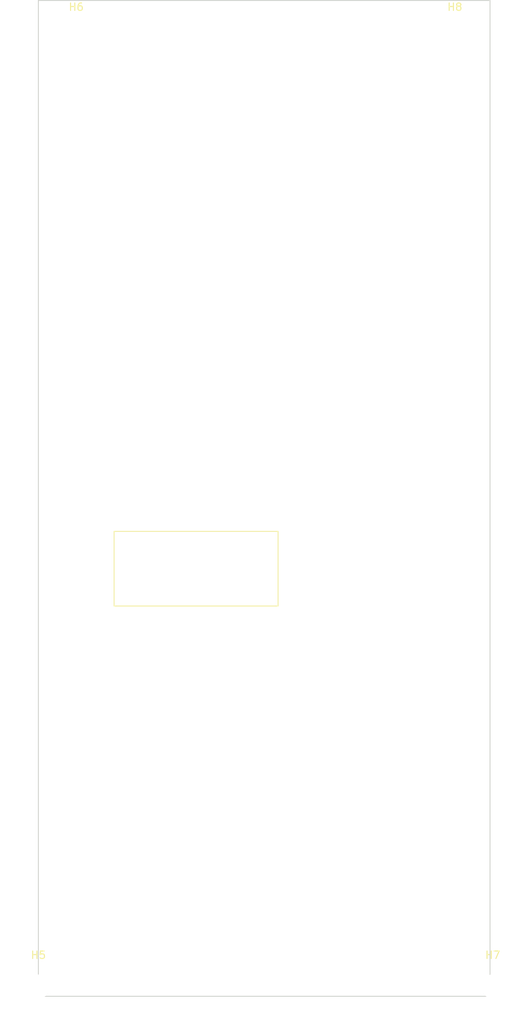
<source format=kicad_pcb>
(kicad_pcb (version 20171130) (host pcbnew "(5.1.4)-1")

  (general
    (thickness 1.6)
    (drawings 8)
    (tracks 0)
    (zones 0)
    (modules 13)
    (nets 1)
  )

  (page A4)
  (layers
    (0 F.Cu signal)
    (31 B.Cu signal)
    (32 B.Adhes user)
    (33 F.Adhes user)
    (34 B.Paste user)
    (35 F.Paste user)
    (36 B.SilkS user)
    (37 F.SilkS user)
    (38 B.Mask user)
    (39 F.Mask user)
    (40 Dwgs.User user)
    (41 Cmts.User user)
    (42 Eco1.User user)
    (43 Eco2.User user)
    (44 Edge.Cuts user)
    (45 Margin user)
    (46 B.CrtYd user)
    (47 F.CrtYd user)
    (48 B.Fab user)
    (49 F.Fab user)
  )

  (setup
    (last_trace_width 0.25)
    (trace_clearance 0.2)
    (zone_clearance 0.508)
    (zone_45_only no)
    (trace_min 0.2)
    (via_size 0.8)
    (via_drill 0.4)
    (via_min_size 0.4)
    (via_min_drill 0.3)
    (uvia_size 0.3)
    (uvia_drill 0.1)
    (uvias_allowed no)
    (uvia_min_size 0.2)
    (uvia_min_drill 0.1)
    (edge_width 0.05)
    (segment_width 0.2)
    (pcb_text_width 0.3)
    (pcb_text_size 1.5 1.5)
    (mod_edge_width 0.12)
    (mod_text_size 1 1)
    (mod_text_width 0.15)
    (pad_size 1.524 1.524)
    (pad_drill 0.762)
    (pad_to_mask_clearance 0.051)
    (solder_mask_min_width 0.25)
    (aux_axis_origin 0 0)
    (visible_elements 7FFFFFFF)
    (pcbplotparams
      (layerselection 0x010fc_ffffffff)
      (usegerberextensions false)
      (usegerberattributes false)
      (usegerberadvancedattributes false)
      (creategerberjobfile false)
      (excludeedgelayer true)
      (linewidth 0.100000)
      (plotframeref false)
      (viasonmask false)
      (mode 1)
      (useauxorigin false)
      (hpglpennumber 1)
      (hpglpenspeed 20)
      (hpglpendiameter 15.000000)
      (psnegative false)
      (psa4output false)
      (plotreference true)
      (plotvalue true)
      (plotinvisibletext false)
      (padsonsilk false)
      (subtractmaskfromsilk false)
      (outputformat 1)
      (mirror false)
      (drillshape 1)
      (scaleselection 1)
      (outputdirectory ""))
  )

  (net 0 "")

  (net_class Default "This is the default net class."
    (clearance 0.2)
    (trace_width 0.25)
    (via_dia 0.8)
    (via_drill 0.4)
    (uvia_dia 0.3)
    (uvia_drill 0.1)
  )

  (module elektrophon:LED_Monitor (layer F.Cu) (tedit 5DE4F2C0) (tstamp 5E04853C)
    (at 76.2 55.88)
    (descr "Imported from LED Monitor.svg")
    (tags svg2mod)
    (path /5E04982B)
    (zone_connect 2)
    (attr smd)
    (fp_text reference H13 (at 0 -5.054774) (layer F.SilkS) hide
      (effects (font (size 1.524 1.524) (thickness 0.3048)))
    )
    (fp_text value LED_MAIN (at 0 5.054774) (layer F.SilkS) hide
      (effects (font (size 1.524 1.524) (thickness 0.3048)))
    )
    (fp_circle (center 0 0) (end 1 0) (layer F.Mask) (width 2))
    (fp_circle (center 0 0) (end 1 0) (layer B.Mask) (width 2))
  )

  (module elektrophon:panel_jack (layer F.Cu) (tedit 5DA46DDA) (tstamp 5E048536)
    (at 60.96 132.08)
    (descr "Mounting Hole 8.4mm, no annular, M8")
    (tags "mounting hole 8.4mm no annular m8")
    (path /5E04B96B)
    (attr virtual)
    (fp_text reference H12 (at 0 -9.4) (layer F.SilkS) hide
      (effects (font (size 1 1) (thickness 0.15)))
    )
    (fp_text value +15V (at 0 9.144) (layer F.Mask)
      (effects (font (size 2 1.4) (thickness 0.25)))
    )
    (fp_circle (center 0 0) (end 4.2 0) (layer F.CrtYd) (width 0.05))
    (fp_circle (center 0 0) (end 4 0) (layer Cmts.User) (width 0.15))
    (fp_text user %R (at 0.3 0) (layer F.Fab)
      (effects (font (size 1 1) (thickness 0.15)))
    )
    (pad "" np_thru_hole circle (at 0 0) (size 6.4 6.4) (drill 6.4) (layers *.Cu *.Mask))
    (model "${KIPRJMOD}/../../../lib/kicad/models/PJ301M-12 Thonkiconn v0.2.stp"
      (offset (xyz 0 0.8 -10.5))
      (scale (xyz 1 1 1))
      (rotate (xyz 0 0 0))
    )
  )

  (module elektrophon:panel_jack (layer F.Cu) (tedit 5DA46DDA) (tstamp 5E04852E)
    (at 76.2 132.08)
    (descr "Mounting Hole 8.4mm, no annular, M8")
    (tags "mounting hole 8.4mm no annular m8")
    (path /5D6B1F16)
    (attr virtual)
    (fp_text reference H11 (at 0 -9.4) (layer F.SilkS) hide
      (effects (font (size 1 1) (thickness 0.15)))
    )
    (fp_text value -15V (at 0 9.144) (layer F.Mask)
      (effects (font (size 2 1.4) (thickness 0.25)))
    )
    (fp_circle (center 0 0) (end 4.2 0) (layer F.CrtYd) (width 0.05))
    (fp_circle (center 0 0) (end 4 0) (layer Cmts.User) (width 0.15))
    (fp_text user %R (at 0.3 0) (layer F.Fab)
      (effects (font (size 1 1) (thickness 0.15)))
    )
    (pad "" np_thru_hole circle (at 0 0) (size 6.4 6.4) (drill 6.4) (layers *.Cu *.Mask))
    (model "${KIPRJMOD}/../../../lib/kicad/models/PJ301M-12 Thonkiconn v0.2.stp"
      (offset (xyz 0 0.8 -10.5))
      (scale (xyz 1 1 1))
      (rotate (xyz 0 0 0))
    )
  )

  (module elektrophon:panel_jack (layer F.Cu) (tedit 5DA46DDA) (tstamp 5E048526)
    (at 50.8 132.08)
    (descr "Mounting Hole 8.4mm, no annular, M8")
    (tags "mounting hole 8.4mm no annular m8")
    (path /5E04A805)
    (attr virtual)
    (fp_text reference H10 (at 0 -9.4) (layer F.SilkS) hide
      (effects (font (size 1 1) (thickness 0.15)))
    )
    (fp_text value GND (at 0 9.144) (layer F.Mask)
      (effects (font (size 2 1.4) (thickness 0.25)))
    )
    (fp_circle (center 0 0) (end 4.2 0) (layer F.CrtYd) (width 0.05))
    (fp_circle (center 0 0) (end 4 0) (layer Cmts.User) (width 0.15))
    (fp_text user %R (at 0.3 0) (layer F.Fab)
      (effects (font (size 1 1) (thickness 0.15)))
    )
    (pad "" np_thru_hole circle (at 0 0) (size 6.4 6.4) (drill 6.4) (layers *.Cu *.Mask))
    (model "${KIPRJMOD}/../../../lib/kicad/models/PJ301M-12 Thonkiconn v0.2.stp"
      (offset (xyz 0 0.8 -10.5))
      (scale (xyz 1 1 1))
      (rotate (xyz 0 0 0))
    )
  )

  (module elektrophon:panel_jack (layer F.Cu) (tedit 5DA46DDA) (tstamp 5E04851E)
    (at 35.56 132.08)
    (descr "Mounting Hole 8.4mm, no annular, M8")
    (tags "mounting hole 8.4mm no annular m8")
    (path /5E04A4CA)
    (attr virtual)
    (fp_text reference H9 (at 0 -9.4) (layer F.SilkS) hide
      (effects (font (size 1 1) (thickness 0.15)))
    )
    (fp_text value 5V (at 0 9.144) (layer F.Mask)
      (effects (font (size 2 1.4) (thickness 0.25)))
    )
    (fp_circle (center 0 0) (end 4.2 0) (layer F.CrtYd) (width 0.05))
    (fp_circle (center 0 0) (end 4 0) (layer Cmts.User) (width 0.15))
    (fp_text user %R (at 0.3 0) (layer F.Fab)
      (effects (font (size 1 1) (thickness 0.15)))
    )
    (pad "" np_thru_hole circle (at 0 0) (size 6.4 6.4) (drill 6.4) (layers *.Cu *.Mask))
    (model "${KIPRJMOD}/../../../lib/kicad/models/PJ301M-12 Thonkiconn v0.2.stp"
      (offset (xyz 0 0.8 -10.5))
      (scale (xyz 1 1 1))
      (rotate (xyz 0 0 0))
    )
  )

  (module MountingHole:MountingHole_3.2mm_M3 (layer F.Cu) (tedit 56D1B4CB) (tstamp 5E048516)
    (at 81.28 30.48)
    (descr "Mounting Hole 3.2mm, no annular, M3")
    (tags "mounting hole 3.2mm no annular m3")
    (path /5D6C254B)
    (attr virtual)
    (fp_text reference H8 (at 0 -4.2) (layer F.SilkS)
      (effects (font (size 1 1) (thickness 0.15)))
    )
    (fp_text value MountingHole (at 0 4.2) (layer F.Fab)
      (effects (font (size 1 1) (thickness 0.15)))
    )
    (fp_circle (center 0 0) (end 3.45 0) (layer F.CrtYd) (width 0.05))
    (fp_circle (center 0 0) (end 3.2 0) (layer Cmts.User) (width 0.15))
    (fp_text user %R (at 0.3 0) (layer F.Fab)
      (effects (font (size 1 1) (thickness 0.15)))
    )
    (pad 1 np_thru_hole circle (at 0 0) (size 3.2 3.2) (drill 3.2) (layers *.Cu *.Mask))
  )

  (module MountingHole:MountingHole_3.2mm_M3 (layer F.Cu) (tedit 56D1B4CB) (tstamp 5E04850E)
    (at 86.36 157.48)
    (descr "Mounting Hole 3.2mm, no annular, M3")
    (tags "mounting hole 3.2mm no annular m3")
    (path /5D6C22FB)
    (attr virtual)
    (fp_text reference H7 (at 0 -4.2) (layer F.SilkS)
      (effects (font (size 1 1) (thickness 0.15)))
    )
    (fp_text value MountingHole (at 0 4.2) (layer F.Fab)
      (effects (font (size 1 1) (thickness 0.15)))
    )
    (fp_circle (center 0 0) (end 3.45 0) (layer F.CrtYd) (width 0.05))
    (fp_circle (center 0 0) (end 3.2 0) (layer Cmts.User) (width 0.15))
    (fp_text user %R (at 0.3 0) (layer F.Fab)
      (effects (font (size 1 1) (thickness 0.15)))
    )
    (pad 1 np_thru_hole circle (at 0 0) (size 3.2 3.2) (drill 3.2) (layers *.Cu *.Mask))
  )

  (module MountingHole:MountingHole_3.2mm_M3 (layer F.Cu) (tedit 56D1B4CB) (tstamp 5E048506)
    (at 30.48 30.48)
    (descr "Mounting Hole 3.2mm, no annular, M3")
    (tags "mounting hole 3.2mm no annular m3")
    (path /5D6C2167)
    (attr virtual)
    (fp_text reference H6 (at 0 -4.2) (layer F.SilkS)
      (effects (font (size 1 1) (thickness 0.15)))
    )
    (fp_text value MountingHole (at 0 4.2) (layer F.Fab)
      (effects (font (size 1 1) (thickness 0.15)))
    )
    (fp_circle (center 0 0) (end 3.45 0) (layer F.CrtYd) (width 0.05))
    (fp_circle (center 0 0) (end 3.2 0) (layer Cmts.User) (width 0.15))
    (fp_text user %R (at 0.3 0) (layer F.Fab)
      (effects (font (size 1 1) (thickness 0.15)))
    )
    (pad 1 np_thru_hole circle (at 0 0) (size 3.2 3.2) (drill 3.2) (layers *.Cu *.Mask))
  )

  (module MountingHole:MountingHole_3.2mm_M3 (layer F.Cu) (tedit 56D1B4CB) (tstamp 5E0484FE)
    (at 25.4 157.48)
    (descr "Mounting Hole 3.2mm, no annular, M3")
    (tags "mounting hole 3.2mm no annular m3")
    (path /5D6C1F77)
    (attr virtual)
    (fp_text reference H5 (at 0 -4.2) (layer F.SilkS)
      (effects (font (size 1 1) (thickness 0.15)))
    )
    (fp_text value MountingHole (at 0 4.2) (layer F.Fab)
      (effects (font (size 1 1) (thickness 0.15)))
    )
    (fp_circle (center 0 0) (end 3.45 0) (layer F.CrtYd) (width 0.05))
    (fp_circle (center 0 0) (end 3.2 0) (layer Cmts.User) (width 0.15))
    (fp_text user %R (at 0.3 0) (layer F.Fab)
      (effects (font (size 1 1) (thickness 0.15)))
    )
    (pad 1 np_thru_hole circle (at 0 0) (size 3.2 3.2) (drill 3.2) (layers *.Cu *.Mask))
  )

  (module elektrophon:panel_switch (layer F.Cu) (tedit 5D6D74F1) (tstamp 5E0484F6)
    (at 35.56 55.88)
    (descr "Mounting Hole 8.4mm, no annular, M8")
    (tags "mounting hole 8.4mm no annular m8")
    (path /5D6AF633)
    (attr virtual)
    (fp_text reference H4 (at 0 -9.4) (layer F.SilkS) hide
      (effects (font (size 1 1) (thickness 0.15)))
    )
    (fp_text value MAIN (at 0 9.144) (layer F.Mask)
      (effects (font (size 2 1.4) (thickness 0.25)))
    )
    (fp_circle (center 0 0) (end 5.2 0) (layer F.CrtYd) (width 0.05))
    (fp_circle (center 0 0) (end 5 0) (layer Cmts.User) (width 0.15))
    (fp_text user %R (at 0.3 0) (layer F.Fab)
      (effects (font (size 1 1) (thickness 0.15)))
    )
    (pad "" np_thru_hole circle (at 0 0) (size 6.4 6.4) (drill 6.4) (layers *.Cu *.Mask))
  )

  (module elektrophon:LED_Monitor (layer F.Cu) (tedit 5DE4F2C0) (tstamp 5E0484EE)
    (at 76.2 121.92)
    (descr "Imported from LED Monitor.svg")
    (tags svg2mod)
    (path /5E049EEA)
    (zone_connect 2)
    (attr smd)
    (fp_text reference H3 (at 0 -5.054774) (layer F.SilkS) hide
      (effects (font (size 1.524 1.524) (thickness 0.3048)))
    )
    (fp_text value LED_+15V (at 0 5.054774) (layer F.SilkS) hide
      (effects (font (size 1.524 1.524) (thickness 0.3048)))
    )
    (fp_circle (center 0 0) (end 1 0) (layer F.Mask) (width 2))
    (fp_circle (center 0 0) (end 1 0) (layer B.Mask) (width 2))
  )

  (module elektrophon:LED_Monitor (layer F.Cu) (tedit 5DE4F2C0) (tstamp 5E0484E8)
    (at 60.96 121.92)
    (descr "Imported from LED Monitor.svg")
    (tags svg2mod)
    (path /5E049D63)
    (zone_connect 2)
    (attr smd)
    (fp_text reference H2 (at 0 -5.054774) (layer F.SilkS) hide
      (effects (font (size 1.524 1.524) (thickness 0.3048)))
    )
    (fp_text value LED_-15V (at 0 5.054774) (layer F.SilkS) hide
      (effects (font (size 1.524 1.524) (thickness 0.3048)))
    )
    (fp_circle (center 0 0) (end 1 0) (layer F.Mask) (width 2))
    (fp_circle (center 0 0) (end 1 0) (layer B.Mask) (width 2))
  )

  (module elektrophon:LED_Monitor (layer F.Cu) (tedit 5DE4F2C0) (tstamp 5E0484E2)
    (at 35.56 121.92)
    (descr "Imported from LED Monitor.svg")
    (tags svg2mod)
    (path /5E049BB1)
    (zone_connect 2)
    (attr smd)
    (fp_text reference H1 (at 0 -5.054774) (layer F.SilkS) hide
      (effects (font (size 1.524 1.524) (thickness 0.3048)))
    )
    (fp_text value LED_5V (at 0 5.054774) (layer F.SilkS) hide
      (effects (font (size 1.524 1.524) (thickness 0.3048)))
    )
    (fp_circle (center 0 0) (end 1 0) (layer F.Mask) (width 2))
    (fp_circle (center 0 0) (end 1 0) (layer B.Mask) (width 2))
  )

  (gr_line (start 35.56 106.52) (end 35.56 96.52) (layer F.SilkS) (width 0.12) (tstamp 5E04AEB2))
  (gr_line (start 57.56 106.52) (end 35.56 106.52) (layer F.SilkS) (width 0.12))
  (gr_line (start 57.56 96.52) (end 57.56 106.52) (layer F.SilkS) (width 0.12))
  (gr_line (start 35.56 96.52) (end 57.56 96.52) (layer F.SilkS) (width 0.12))
  (gr_line (start 25.4 158.8) (end 25.4 25.4) (layer Edge.Cuts) (width 0.12) (tstamp 5E01F530))
  (gr_line (start 86 158.8) (end 25.4 158.8) (layer Edge.Cuts) (width 0.12))
  (gr_line (start 86 25.4) (end 86 158.8) (layer Edge.Cuts) (width 0.12))
  (gr_line (start 25.4 25.4) (end 86 25.4) (layer Edge.Cuts) (width 0.12))

)

</source>
